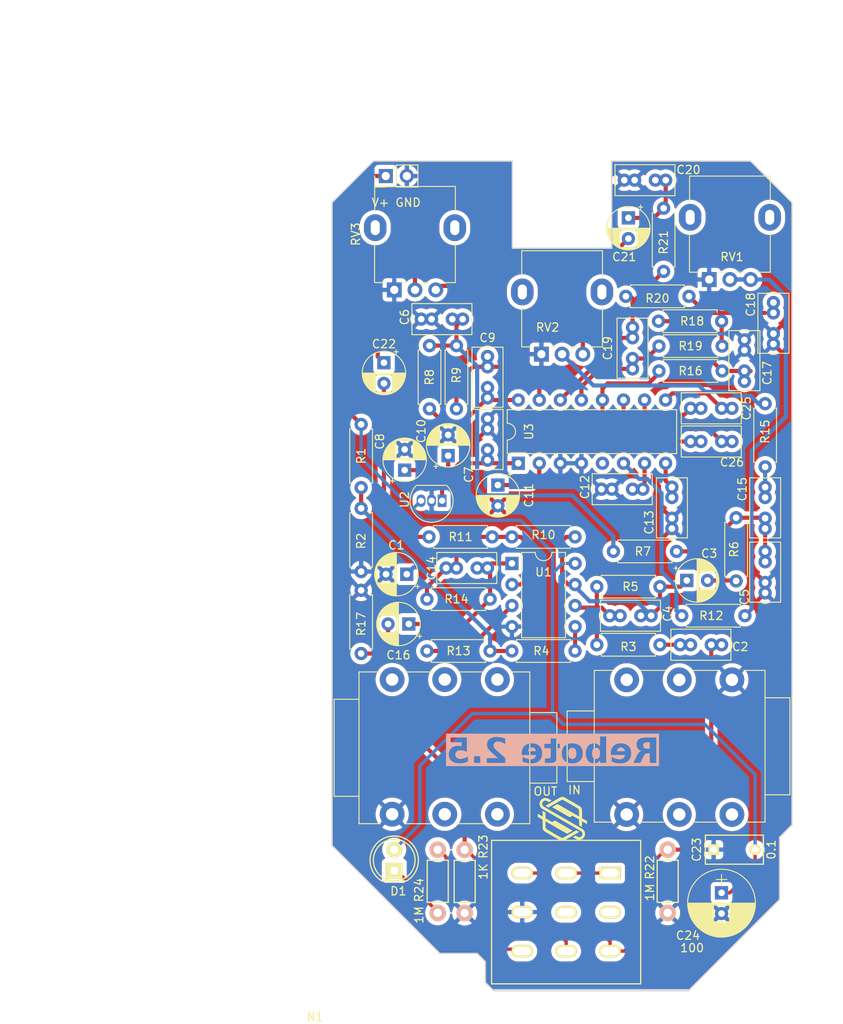
<source format=kicad_pcb>
(kicad_pcb (version 20221018) (generator pcbnew)
  (layers (0 "F.Cu" signal) (31 "B.Cu" signal) (34 "B.Paste" user) (35 "F.Paste" user) (36 "B.SilkS" user "B.Silkscreen") (37 "F.SilkS" user "F.Silkscreen") (38 "B.Mask" user) (39 "F.Mask" user) (44 "Edge.Cuts" user))
  (net 0 "")
  (net 1 "GND")
  (net 2 "+9V")
  (net 3 "Net-(D1-K)")
  (net 7 "Net-(J2-T)")
  (net 12 "Net-(J3-T)")
  (net 13 "O")
  (net 14 "I")
  (net 15 "Net-(SW1C-C)")
  (net 16 "Net-(SW1A-A)")
  (net 17 "Net-(J4-T)")
  (net 18 "Net-(J1-T)")
  (net 19 "VD")
  (net 20 "Net-(C2-Pad2)")
  (net 21 "AI")
  (net 22 "Net-(C3-Pad2)")
  (net 23 "Net-(U1B--)")
  (net 24 "Net-(C15-Pad1)")
  (net 25 "Net-(C6-Pad2)")
  (net 26 "+5V")
  (net 27 "LPF1-IN")
  (net 28 "LPF1-OUT")
  (net 29 "Net-(U3-REF)")
  (net 30 "Net-(U3-CC1)")
  (net 31 "Net-(U3-CC0)")
  (net 32 "Net-(U1A--)")
  (net 33 "Net-(C14-Pad2)")
  (net 34 "Net-(C15-Pad2)")
  (net 35 "Net-(C17-Pad2)")
  (net 36 "Net-(C18-Pad2)")
  (net 37 "LPF2-IN")
  (net 38 "LPF2-OUT")
  (net 39 "Net-(C20-Pad2)")
  (net 40 "Net-(C21-Pad2)")
  (net 41 "Net-(C22-Pad1)")
  (net 42 "Net-(C22-Pad2)")
  (net 43 "Net-(U3-OP1-OUT)")
  (net 44 "Net-(U3-OP1-IN)")
  (net 45 "Net-(U3-OP2-IN)")
  (net 46 "DELAY_OUT")
  (net 47 "Net-(U1B-+)")
  (net 48 "Net-(U3-VCO)")
  (net 49 "Net-(R12-Pad2)")
  (net 50 "Net-(U1A-+)")
  (net 51 "Net-(R15-Pad2)")
  (footprint "KiCad Lib:3PDT-Footswitch" (layer "F.Cu") (at 143.25 142.525 180)
    (fp_text reference "SW1" hide)
    (fp_text value "SW_3PDT" hide)
  )
  (footprint "Connectors:NMJ6HCD2" (layer "F.Cu") (at 122.25 130.73 90)
    (fp_text reference "J3" hide)
    (fp_text value "OUT")
  )
  (footprint "Pin_Headers:Pin_Header_Straight_1x02_Pitch2.54mm" (layer "F.Cu") (at 121.485 53.8 90)
    (fp_text reference "J1" hide)
    (fp_text value "V+ GND")
  )
  (footprint "Capacitors_THT:CP_Radial_D8.0mm_P2.50mm" (layer "F.Cu") (at 162 140.2 -90)
    (fp_text reference "C24")
    (fp_text value "100")
  )
  (footprint "LEDs:LED-5MM" (layer "F.Cu") (at 122.5 137.54 90)
    (fp_text reference "D1")
    (fp_text value "LED" hide)
  )
  (footprint "Resistors_ThroughHole:Resistor_Horizontal_RM7mm" (layer "F.Cu") (at 155.5 135 -90)
    (fp_text reference "R22")
    (fp_text value "1M")
  )
  (footprint "Resistors_ThroughHole:Resistor_Horizontal_RM7mm" (layer "F.Cu") (at 131 135.02 -90)
    (fp_text reference "R23")
    (fp_text value "1K")
  )
  (footprint "Resistors_ThroughHole:Resistor_Horizontal_RM7mm" (layer "F.Cu") (at 127.75 142.62 90)
    (fp_text reference "R24")
    (fp_text value "1M")
  )
  (footprint "Capacitors_ThroughHole:C_Rect_L7_W3.5_P5" (layer "F.Cu") (at 161.05 135)
    (fp_text reference "C23")
    (fp_text value "0.1")
  )
  (footprint "Connectors:NMJ6HCD2" (layer "F.Cu") (at 163.25 114.53 -90)
    (fp_text reference "J2" hide)
    (fp_text value "IN")
  )
  (footprint "Resistor_THT:R_Axial_DIN0207_L6.3mm_D2.5mm_P7.62mm_Horizontal" (layer "F.Cu") (at 155.01 65.3 90)
    (fp_text reference "R21")
    (fp_text value "2k7")
  )
  (footprint "Resistor_THT:R_Axial_DIN0207_L6.3mm_D2.5mm_P7.62mm_Horizontal" (layer "F.Cu") (at 154.39 71.3)
    (fp_text reference "R18")
    (fp_text value "12K")
  )
  (footprint "Resistor_THT:R_Axial_DIN0207_L6.3mm_D2.5mm_P7.62mm_Horizontal" (layer "F.Cu") (at 136.7 111.05)
    (fp_text reference "R4")
    (fp_text value "510K")
  )
  (footprint "Potentiometer_THT:Potentiometer_Alpha_RD901F-40-00D_Single_Vertical" (layer "F.Cu") (at 140.26 75.275 90)
    (fp_text reference "RV2")
    (fp_text value "25KB")
  )
  (footprint "Capacitor_THT:CP_Radial_D5.0mm_P2.50mm" (layer "F.Cu") (at 123.76 89.255113 90)
    (fp_text reference "C8")
    (fp_text value "47uF")
  )
  (footprint "Package_TO_SOT_THT:TO-92_Inline" (layer "F.Cu") (at 128.28 92.94 180)
    (fp_text reference "U2")
    (fp_text value "L78L05_TO92")
  )
  (footprint "Capacitor_THT:C_Rect_L7.0mm_W3.5mm_P2.50mm_P5.00mm" (layer "F.Cu") (at 168.26 74.05 90)
    (fp_text reference "C18")
    (fp_text value "10nF")
  )
  (footprint "Pedal-Components:tkw" (layer "F.Cu") (at 142.76 131.3)
    (fp_text reference "G***" hide)
    (fp_text value "LOGO" hide)
  )
  (footprint "Capacitor_THT:C_Rect_L7.0mm_W3.5mm_P2.50mm_P5.00mm" (layer "F.Cu") (at 147.51 91.55)
    (fp_text reference "C12")
    (fp_text value "100nF")
  )
  (footprint "Potentiometer_THT:Potentiometer_Alpha_RD901F-40-00D_Single_Vertical" (layer "F.Cu") (at 160.51 66.275 90)
    (fp_text reference "RV1")
    (fp_text value "50KB")
  )
  (footprint "Resistor_THT:R_Axial_DIN0207_L6.3mm_D2.5mm_P7.62mm_Horizontal" (layer "F.Cu") (at 158.07 68.3 180)
    (fp_text reference "R20")
    (fp_text value "24K")
  )
  (footprint "Resistor_THT:R_Axial_DIN0207_L6.3mm_D2.5mm_P7.62mm_Horizontal" (layer "F.Cu") (at 154.57 110.3 180)
    (fp_text reference "R3")
    (fp_text value "510K")
  )
  (footprint "Capacitor_THT:CP_Radial_D5.0mm_P2.50mm" (layer "F.Cu") (at 124.26 107.8 180)
    (fp_text reference "C16")
    (fp_text value "1uF")
  )
  (footprint "Capacitor_THT:C_Rect_L7.0mm_W3.5mm_P2.50mm_P5.00mm" (layer "F.Cu") (at 167.26 104.05 90)
    (fp_text reference "C5")
    (fp_text value "27nF")
  )
  (footprint "Resistor_THT:R_Axial_DIN0207_L6.3mm_D2.5mm_P7.62mm_Horizontal" (layer "F.Cu") (at 126.45 104.8)
    (fp_text reference "R14")
    (fp_text value "24K")
  )
  (footprint "Capacitor_THT:C_Rect_L7.0mm_W3.5mm_P2.50mm_P5.00mm" (layer "F.Cu") (at 164.76 73.55 -90)
    (fp_text reference "C17")
    (fp_text value "10nF")
  )
  (footprint "Capacitor_THT:CP_Radial_D5.0mm_P2.50mm" (layer "F.Cu") (at 157.804888 102.55)
    (fp_text reference "C3")
    (fp_text value "1uF")
  )
  (footprint "Capacitor_THT:C_Rect_L7.0mm_W3.5mm_P2.50mm_P5.00mm" (layer "F.Cu") (at 128.76 101.05)
    (fp_text reference "C14")
    (fp_text value "51pF")
  )
  (footprint "Capacitor_THT:CP_Radial_D5.0mm_P2.50mm" (layer "F.Cu") (at 150.76 58.844887 -90)
    (fp_text reference "C21")
    (fp_text value "1uF")
  )
  (footprint "Resistor_THT:R_Axial_DIN0207_L6.3mm_D2.5mm_P7.62mm_Horizontal" (layer "F.Cu") (at 118.51 83.74 -90)
    (fp_text reference "R1")
    (fp_text value "12K")
  )
  (footprint "Resistor_THT:R_Axial_DIN0207_L6.3mm_D2.5mm_P7.62mm_Horizontal" (layer "F.Cu") (at 163.76 102.61 90)
    (fp_text reference "R6")
    (fp_text value "12K")
  )
  (footprint "Capacitor_THT:CP_Radial_D5.0mm_P2.50mm" (layer "F.Cu") (at 124.01 101.8 180)
    (fp_text reference "C1")
    (fp_text value "47uF")
  )
  (footprint "Capacitor_THT:C_Rect_L7.0mm_W3.5mm_P2.50mm_P5.00mm" (layer "F.Cu") (at 133.76 80.55 90)
    (fp_text reference "C9")
    (fp_text value "560pF")
  )
  (footprint "Capacitor_THT:C_Rect_L7.0mm_W3.5mm_P2.50mm_P5.00mm" (layer "F.Cu") (at 133.76 83.05 -90)
    (fp_text reference "C7")
    (fp_text value "100nF")
  )
  (footprint "Resistor_THT:R_Axial_DIN0207_L6.3mm_D2.5mm_P7.62mm_Horizontal" (layer "F.Cu") (at 144.32 97.3 180)
    (fp_text reference "R10")
    (fp_text value "24K")
  )
  (footprint "Capacitor_THT:C_Rect_L7.0mm_W3.5mm_P2.50mm_P5.00mm" (layer "F.Cu") (at 148.51 106.8)
    (fp_text reference "C4")
    (fp_text value "5pF")
  )
  (footprint "Capacitor_THT:C_Rect_L7.0mm_W3.5mm_P2.50mm_P5.00mm" (layer "F.Cu") (at 163.26 85.8 180)
    (fp_text reference "C26")
    (fp_text value "82nF")
  )
  (footprint "Resistor_THT:R_Axial_DIN0207_L6.3mm_D2.5mm_P7.62mm_Horizontal" (layer "F.Cu") (at 157.2 106.8)
    (fp_text reference "R12")
    (fp_text value "1k")
  )
  (footprint "Resistor_THT:R_Axial_DIN0207_L6.3mm_D2.5mm_P7.62mm_Horizontal" (layer "F.Cu") (at 118.51 93.86 -90)
    (fp_text reference "R2")
    (fp_text value "12K")
  )
  (footprint "Resistor_THT:R_Axial_DIN0207_L6.3mm_D2.5mm_P7.62mm_Horizontal" (layer "F.Cu") (at 130.01 74.24 -90)
    (fp_text reference "R9")
    (fp_text value "47K")
  )
  (footprint "Package_DIP:DIP-16_W7.62mm" (layer "F.Cu") (at 137.47 88.42 90)
    (fp_text reference "U3")
    (fp_text value "PT2399")
  )
  (footprint "Resistor_THT:R_Axial_DIN0207_L6.3mm_D2.5mm_P7.62mm_Horizontal" (layer "F.Cu") (at 118.51 103.74 -90)
    (fp_text reference "R17")
    (fp_text value "100K")
  )
  (footprint "Capacitor_THT:CP_Radial_D5.0mm_P2.50mm" (layer "F.Cu") (at 135.01 91.05 -90)
    (fp_text reference "C11")
    (fp_text value "47uF")
  )
  (footprint "Resistor_THT:R_Axial_DIN0207_L6.3mm_D2.5mm_P7.62mm_Horizontal" (layer "F.Cu") (at 162.07 74.3 180)
    (fp_text reference "R19")
    (fp_text value "12K")
  )
  (footprint "Resistor_THT:R_Axial_DIN0207_L6.3mm_D2.5mm_P7.62mm_Horizontal" (layer "F.Cu") (at 156.57 99.05 180)
    (fp_text reference "R7")
    (fp_text value "12K")
  )
  (footprint "Pedal-Components:1590B" (layer "F.Cu") (at 112.94 154.659085)
    (fp_text reference "N1")
    (fp_text value "Housing")
  )
  (footprint "Capacitor_THT:C_Rect_L7.0mm_W3.5mm_P2.50mm_P5.00mm" (layer "F.Cu") (at 167.26 96.3 90)
    (fp_text reference "C15")
    (fp_text value "100nF")
  )
  (footprint "Package_DIP:DIP-8_W7.62mm" (layer "F.Cu") (at 136.71 100.5)
    (fp_text reference "U1")
    (fp_text value "TL072")
  )
  (footprint "Resistor_THT:R_Axial_DIN0207_L6.3mm_D2.5mm_P7.62mm_Horizontal" (layer "F.Cu") (at 146.95 103.3)
    (fp_text reference "R5")
    (fp_text value "510K")
  )
  (footprint "Capacitor_THT:CP_Radial_D5.0mm_P2.50mm" (layer "F.Cu") (at 121.26 76.3 -90)
    (fp_text reference "C22")
    (fp_text value "1uF")
  )
  (footprint "Resistor_THT:R_Axial_DIN0207_L6.3mm_D2.5mm_P7.62mm_Horizontal" (layer "F.Cu") (at 134.07 111.05 180)
    (fp_text reference "R13")
    (fp_text value "1k")
  )
  (footprint "Potentiometer_THT:Potentiometer_Alpha_RD901F-40-00D_Single_Vertical" (layer "F.Cu") (at 122.51 67.525 90)
    (fp_text reference "RV3")
    (fp_text value "100KB")
  )
  (footprint "Capacitor_THT:C_Rect_L7.0mm_W3.5mm_P2.50mm_P5.00mm" (layer "F.Cu") (at 162.01 110.3 180)
    (fp_text reference "C2")
    (fp_text value "8n2")
  )
  (footprint "Capacitor_THT:C_Rect_L7.0mm_W3.5mm_P2.50mm_P5.00mm" (layer "F.Cu") (at 163.26 81.8 180)
    (fp_text reference "C25")
    (fp_text value "82nF")
  )
  (footprint "Resistor_THT:R_Axial_DIN0207_L6.3mm_D2.5mm_P7.62mm_Horizontal" (layer "F.Cu") (at 126.7 97.3)
    (fp_text reference "R11")
    (fp_text value "33K")
  )
  (footprint "Capacitor_THT:C_Rect_L7.0mm_W3.5mm_P2.50mm_P5.00mm" (layer "F.Cu") (at 125.76 71.05)
    (fp_text reference "C6")
    (fp_text value "10nF")
  )
  (footprint "Capacitor_THT:C_Rect_L7.0mm_W3.5mm_P2.50mm_P5.00mm" (layer "F.Cu") (at 156.01 96.3 90)
    (fp_text reference "C13")
    (fp_text value "100nF")
  )
  (footprint "Capacitor_THT:C_Rect_L7.0mm_W3.5mm_P2.50mm_P5.00mm" (layer "F.Cu") (at 151.26 77.05 90)
    (fp_text reference "C19")
    (fp_text value "1nF")
  )
  (footprint "Resistor_THT:R_Axial_DIN0207_L6.3mm_D2.5mm_P7.62mm_Horizontal" (layer "F.Cu") (at 167.26 88.86 90)
    (fp_text reference "R15")
    (fp_text value "15K")
  )
  (footprint "Capacitor_THT:C_Rect_L7.0mm_W3.5mm_P2.50mm_P5.00mm" (layer "F.Cu") (at 150.26 54.3)
    (fp_text reference "C20")
    (fp_text value "100nF")
  )
  (footprint "Resistor_THT:R_Axial_DIN0207_L6.3mm_D2.5mm_P7.62mm_Horizontal" (layer "F.Cu") (at 154.45 77.3)
    (fp_text reference "R16")
    (fp_text value "12K")
  )
  (footprint "Resistor_THT:R_Axial_DIN0207_L6.3mm_D2.5mm_P7.62mm_Horizontal" (layer "F.Cu") (at 126.76 74.24 -90)
    (fp_text reference "R8")
    (fp_text value "12K")
  )
  (footprint "Capacitor_THT:CP_Radial_D5.0mm_P2.50mm" (layer "F.Cu") (at 129.01 87.505113 90)
    (fp_text reference "C10")
    (fp_text value "47uF")
  )
  (gr_line (start 128 147.5) (end 127 146.5) (stroke (width 0.15)) (layer "Edge.Cuts"))
  (gr_line (start 115 134.5) (end 115 121) (stroke (width 0.15)) (layer "Edge.Cuts"))
  (gr_line (start 148.75 62.5) (end 148.75 52) (stroke (width 0.15)) (layer "Edge.Cuts"))
  (gr_line (start 127 146.5) (end 115 134.5) (stroke (width 0.15)) (layer "Edge.Cuts"))
  (gr_line (start 115 57) (end 115 108.25) (stroke (width 0.15)) (layer "Edge.Cuts"))
  (gr_line (start 169 141) (end 158 152) (stroke (width 0.15)) (layer "Edge.Cuts"))
  (gr_line (start 133.5 151) (end 133.5 148.5) (stroke (width 0.15)) (layer "Edge.Cuts"))
  (gr_line (start 165.5 52) (end 170.5 57) (stroke (width 0.15)) (layer "Edge.Cuts"))
  (gr_line (start 169 133.5) (end 170.5 132) (stroke (width 0.15)) (layer "Edge.Cuts"))
  (gr_line (start 115 57) (end 120 52) (stroke (width 0.15)) (layer "Edge.Cuts"))
  (gr_line (start 170.5 85) (end 170.5 57) (stroke (width 0.15)) (layer "Edge.Cuts"))
  (gr_line (start 136.75 62.5) (end 148.75 62.5) (stroke (width 0.15)) (layer "Edge.Cuts"))
  (gr_line (start 136.75 52) (end 120 52) (stroke (width 0.15)) (layer "Edge.Cuts"))
  (gr_line (start 134.5 152) (end 158 152) (stroke (width 0.15)) (layer "Edge.Cuts"))
  (gr_line (start 169 133.5) (end 169 141) (stroke (width 0.15)) (layer "Edge.Cuts"))
  (gr_line (start 170.5 108.25) (end 170.5 85) (stroke (width 0.15)) (layer "Edge.Cuts"))
  (gr_line (start 136.75 52) (end 136.75 62.5) (stroke (width 0.15)) (layer "Edge.Cuts"))
  (gr_line (start 134.5 152) (end 133.5 151) (stroke (width 0.15)) (layer "Edge.Cuts"))
  (gr_line (start 133.5 148.5) (end 132.5 147.5) (stroke (width 0.15)) (layer "Edge.Cuts"))
  (gr_line (start 115 112.75) (end 115 121) (stroke (width 0.15)) (layer "Edge.Cuts"))
  (gr_line (start 148.75 52) (end 165.5 52) (stroke (width 0.15)) (layer "Edge.Cuts"))
  (gr_line (start 132.5 147.5) (end 128.5 147.5) (stroke (width 0.15)) (layer "Edge.Cuts"))
  (gr_line (start 170.5 108.25) (end 170.5 112.75) (stroke (width 0.15)) (layer "Edge.Cuts"))
  (gr_line (start 115 108.25) (end 115 112.75) (stroke (width 0.15)) (layer "Edge.Cuts"))
  (gr_line (start 170.5 132) (end 170.5 112.75) (stroke (width 0.15)) (layer "Edge.Cuts"))
  (gr_line (start 128.5 147.5) (end 128 147.5) (stroke (width 0.15)) (layer "Edge.Cuts"))
  (gr_text "Rebote 2.5" (at 154.51 125.05) (layer "B.SilkS" knockout) (effects (font (size 3 3) (thickness 0.3) bold italic) (justify left bottom mirror)))
  (segment (start 162 140.2) (end 163 140.2) (width 0.4) (layer "F.Cu") (net 2))
  (segment (start 119.76 53.8) (end 116.76 56.8) (width 0.5) (layer "F.Cu") (net 2))
  (segment (start 163 140.2) (end 166.05 137.15) (width 0.4) (layer "F.Cu") (net 2))
  (segment (start 166.05 137.15) (end 166.05 135) (width 0.4) (layer "F.Cu") (net 2))
  (segment (start 116.76 56.8) (end 116.76 81.99) (width 0.5) (layer "F.Cu") (net 2))
  (segment (start 121.485 53.8) (end 119.76 53.8) (width 0.5) (layer "F.Cu") (net 2))
  (segment (start 116.76 81.99) (end 118.51 83.74) (width 0.5) (layer "F.Cu") (net 2))
  (segment (start 124.51 93.8) (end 124.88 93.8) (width 0.4) (layer "B.Cu") (net 2))
  (segment (start 125.6 131.9) (end 122.5 135) (width 0.4) (layer "B.Cu") (net 2))
  (segment (start 124.88 93.8) (end 125.74 92.94) (width 0.4) (layer "B.Cu") (net 2))
  (segment (start 141.6 118.6) (end 142.9 119.9) (width 0.4) (layer "B.Cu") (net 2))
  (segment (start 131.9 118.6) (end 125.6 124.9) (width 0.4) (layer "B.Cu") (net 2))
  (segment (start 160 119.9) (end 166.05 125.95) (width 0.4) (layer "B.Cu") (net 2))
  (segment (start 137.76 95.3) (end 126.01 95.3) (width 0.4) (layer "B.Cu") (net 2))
  (segment (start 125.6 124.9) (end 125.6 131.9) (width 0.4) (layer "B.Cu") (net 2))
  (segment (start 118.51 87.8) (end 118.51 83.74) (width 0.4) (layer "B.Cu") (net 2))
  (segment (start 142.9 119.9) (end 160 119.9) (width 0.4) (layer "B.Cu") (net 2))
  (segment (start 141.6 99.14) (end 137.76 95.3) (width 0.4) (layer "B.Cu") (net 2))
  (segment (start 142.81 100.5) (end 144.33 100.5) (width 0.4) (layer "B.Cu") (net 2))
  (segment (start 166.05 125.95) (end 166.05 135) (width 0.4) (layer "B.Cu") (net 2))
  (segment (start 124.51 93.8) (end 118.51 87.8) (width 0.4) (layer "B.Cu") (net 2))
  (segment (start 141.6 101.71) (end 141.6 99.14) (width 0.4) (layer "B.Cu") (net 2))
  (segment (start 141.6 118.6) (end 131.9 118.6) (width 0.4) (layer "B.Cu") (net 2))
  (segment (start 141.6 118.6) (end 141.6 101.71) (width 0.4) (layer "B.Cu") (net 2))
  (segment (start 126.01 95.3) (end 124.51 93.8) (width 0.4) (layer "B.Cu") (net 2))
  (segment (start 141.6 101.71) (end 142.81 100.5) (width 0.4) (layer "B.Cu") (net 2))
  (segment (start 122.75 137.5) (end 127.75 142.5) (width 0.4) (layer "F.Cu") (net 3))
  (segment (start 118.51 111.36) (end 119.95 111.36) (width 0.5) (layer "F.Cu") (net 13))
  (segment (start 119.95 111.36) (end 121.76 109.55) (width 0.5) (layer "F.Cu") (net 13))
  (segment (start 125.26 121.55) (end 131 127.29) (width 0.5) (layer "F.Cu") (net 13))
  (segment (start 140.6 143.425) (end 143.25 146.075) (width 0.4) (layer "F.Cu") (net 13))
  (segment (start 121.76 107.8) (end 121.76 109.55) (width 0.5) (layer "F.Cu") (net 13))
  (segment (start 125.26 113.05) (end 125.26 121.55) (width 0.5) (layer "F.Cu") (net 13))
  (segment (start 121.76 109.55) (end 125.26 113.05) (width 0.5) (layer "F.Cu") (net 13))
  (segment (start 131 127.29) (end 131 135.02) (width 0.5) (layer "F.Cu") (net 13))
  (segment (start 131.22 135.02) (end 136.4 140.2) (width 0.4) (layer "F.Cu") (net 13))
  (segment (start 143.25 146.075) (end 143.25 147.225) (width 0.4) (layer "F.Cu") (net 13))
  (segment (start 140.6 141.6) (end 140.6 143.425) (width 0.4) (layer "F.Cu") (net 13))
  (segment (start 139.2 140.2) (end 140.6 141.6) (width 0.4) (layer "F.Cu") (net 13))
  (segment (start 136.4 140.2) (end 139.2 140.2) (width 0.4) (layer "F.Cu") (net 13))
  (segment (start 148.55 146.075) (end 145.9 143.425) (width 0.4) (layer "F.Cu") (net 14))
  (segment (start 151.925 145.575) (end 152.5 145) (width 0.4) (layer "F.Cu") (net 14))
  (segment (start 148.55 147.225) (end 148.55 146.075) (width 0.4) (layer "F.Cu") (net 14))
  (segment (start 152.5 145) (end 152.5 141.5) (width 0.4) (layer "F.Cu") (net 14))
  (segment (start 141.6 140.1) (end 140.5 139) (width 0.4) (layer "F.Cu") (net 14))
  (segment (start 151.9 145.575) (end 151.925 145.575) (width 0.4) (layer "F.Cu") (net 14))
  (segment (start 154 140) (end 154 136.25) (width 0.4) (layer "F.Cu") (net 14))
  (segment (start 137.95 137.825) (end 139.825 137.825) (width 0.4) (layer "F.Cu") (net 14))
  (segment (start 140.5 138.5) (end 139.825 137.825) (width 0.4) (layer "F.Cu") (net 14))
  (segment (start 160.76 110.3) (end 160.76 131.3) (width 0.5) (layer "F.Cu") (net 14))
  (segment (start 154 136.25) (end 155.5 134.75) (width 0.4) (layer "F.Cu") (net 14))
  (segment (start 157.06 135) (end 155.5 135) (width 0.5) (layer "F.Cu") (net 14))
  (segment (start 140.5 139) (end 140.5 138.5) (width 0.4) (layer "F.Cu") (net 14))
  (segment (start 145.9 141.6) (end 144.4 140.1) (width 0.4) (layer "F.Cu") (net 14))
  (segment (start 150.25 147.225) (end 151.9 145.575) (width 0.4) (layer "F.Cu") (net 14))
  (segment (start 160.76 131.3) (end 157.06 135) (width 0.5) (layer "F.Cu") (net 14))
  (segment (start 148.55 147.225) (end 150.25 147.225) (width 0.4) (layer "F.Cu") (net 14))
  (segment (start 144.4 140.1) (end 141.6 140.1) (width 0.4) (layer "F.Cu") (net 14))
  (segment (start 145.9 143.425) (end 145.9 141.6) (width 0.4) (layer "F.Cu") (net 14))
  (segment (start 152.5 141.5) (end 154 140) (width 0.4) (layer "F.Cu") (net 14))
  (segment (start 133.2 139.9) (end 134.2 140.9) (width 0.4) (layer "F.Cu") (net 15))
  (segment (start 130.9 139.9) (end 133.2 139.9) (width 0.4) (layer "F.Cu") (net 15))
  (segment (start 128.749489 137.749489) (end 130.9 139.9) (width 0.4) (layer "F.Cu") (net 15))
  (segment (start 128.749489 135.879489) (end 128.749489 137.749489) (width 0.4) (layer "F.Cu") (net 15))
  (segment (start 134.2 140.9) (end 134.2 145.1) (width 0.4) (layer "F.Cu") (net 15))
  (segment (start 127.87 135) (end 128.749489 135.879489) (width 0.4) (layer "F.Cu") (net 15))
  (segment (start 134.2 145.1) (end 136.1 147) (width 0.4) (layer "F.Cu") (net 15))
  (segment (start 136.1 147) (end 137.725 147) (width 0.4) (layer "F.Cu") (net 15))
  (segment (start 143.25 137.825) (end 148.55 137.825) (width 0.4) (layer "F.Cu") (net 16))
  (segment (start 134.07 111.05) (end 136.7 111.05) (width 0.5) (layer "F.Cu") (net 19))
  (segment (start 118.51 91.36) (end 118.51 93.86) (width 0.5) (layer "F.Cu") (net 19))
  (segment (start 134.07 111.05) (end 134.07 109.11) (width 0.5) (layer "B.Cu") (net 19))
  (segment (start 134.07 109.11) (end 127.26 102.3) (width 0.5) (layer "B.Cu") (net 19))
  (segment (start 124.855 100.955) (end 124.01 101.8) (width 0.5) (layer "B.Cu") (net 19))
  (segment (start 127.26 102.3) (end 126.95 102.3) (width 0.5) (layer "B.Cu") (net 19))
  (segment (start 126.95 102.3) (end 125.605 100.955) (width 0.5) (layer "B.Cu") (net 19))
  (segment (start 125.605 100.955) (end 124.855 100.955) (width 0.5) (layer "B.Cu") (net 19))
  (segment (start 125.605 100.955) (end 118.51 93.86) (width 0.5) (layer "B.Cu") (net 19))
  (segment (start 154.57 110.3) (end 158.26 110.3) (width 0.5) (layer "F.Cu") (net 20))
  (segment (start 142.76 102.3) (end 142.76 97.8) (width 0.5) (layer "F.Cu") (net 21))
  (segment (start 157.054888 103.3) (end 157.804888 102.55) (width 0.5) (layer "F.Cu") (net 21))
  (segment (start 154.57 105.74) (end 153.51 106.8) (width 0.5) (layer "F.Cu") (net 21))
  (segment (start 144.33 103.04) (end 143.5 103.04) (width 0.5) (layer "F.Cu") (net 21))
  (segment (start 143.26 97.3) (end 144.32 97.3) (width 0.5) (layer "F.Cu") (net 21))
  (segment (start 154.57 103.3) (end 157.054888 103.3) (width 0.5) (layer "F.Cu") (net 21))
  (segment (start 154.57 103.3) (end 154.57 105.74) (width 0.5) (layer "F.Cu") (net 21))
  (segment (start 143.5 103.04) (end 142.76 102.3) (width 0.5) (layer "F.Cu") (net 21))
  (segment (start 142.76 97.8) (end 143.26 97.3) (width 0.5) (layer "F.Cu") (net 21))
  (segment (start 146.09 105.05) (end 151.76 105.05) (width 0.5) (layer "B.Cu") (net 21))
  (segment (start 151.76 105.05) (end 153.51 106.8) (width 0.5) (layer "B.Cu") (net 21))
  (segment (start 144.33 103.29) (end 146.09 105.05) (width 0.5) (layer "B.Cu") (net 21))
  (segment (start 160.304888 102.55) (end 163.7 102.55) (width 0.5) (layer "F.Cu") (net 22))
  (segment (start 144.33 105.83) (end 147.01 105.83) (width 0.5) (layer "F.Cu") (net 23))
  (segment (start 146.95 105.89) (end 147.01 105.83) (width 0.5) (layer "F.Cu") (net 23))
  (segment (start 146.95 110.3) (end 146.95 105.89) (width 0.5) (layer "F.Cu") (net 23))
  (segment (start 147.54 105.83) (end 148.51 106.8) (width 0.5) (layer "F.Cu") (net 23))
  (segment (start 146.95 103.3) (end 146.95 105.77) (width 0.5) (layer "F.Cu") (net 23))
  (segment (start 146.95 105.77) (end 147.01 105.83) (width 0.5) (layer "F.Cu") (net 23))
  (segment (start 147.01 105.83) (end 147.54 105.83) (width 0.5) (layer "F.Cu") (net 23))
  (segment (start 163.76 94.99) (end 167.2 94.99) (width 0.5) (layer "F.Cu") (net 24))
  (segment (start 167.26 95.05) (end 167.26 100.3) (width 0.5) (layer "F.Cu") (net 24))
  (segment (start 156.57 99.05) (end 159.7 99.05) (width 0.5) (layer "F.Cu") (net 24))
  (segment (start 159.7 99.05) (end 163.76 94.99) (width 0.5) (layer "F.Cu") (net 24))
  (segment (start 130.01 74.24) (end 130.01 71.8) (width 0.5) (layer "F.Cu") (net 25))
  (segment (start 126.76 74.24) (end 130.01 74.24) (width 0.5) (layer "F.Cu") (net 25))
  (segment (start 130.01 71.8) (end 130.76 71.05) (width 0.5) (layer "F.Cu") (net 25))
  (segment (start 133.26 92.3) (end 144.01 92.3) (width 0.5) (layer "B.Cu") (net 25))
  (segment (start 148.95 97.24) (end 148.95 99.05) (width 0.5) (layer "B.Cu") (net 25))
  (segment (start 132.51 91.55) (end 133.26 92.3) (width 0.5) (layer "B.Cu") (net 25))
  (segment (start 144.01 92.3) (end 148.95 97.24) (width 0.5) (layer "B.Cu") (net 25))
  (segment (start 130.01 74.24) (end 132.51 76.74) (width 0.5) (layer "B.Cu") (net 25))
  (segment (start 132.51 76.74) (end 132.51 91.55) (width 0.5) (layer "B.Cu") (net 25))
  (segment (start 128.28 90.53) (end 129.635 89.175) (width 0.5) (layer "F.Cu") (net 26))
  (segment (start 129.01 89.005113) (end 129.26 89.255113) (width 0.5) (layer "F.Cu") (net 26))
  (segment (start 129.26 89.255113) (end 129.554887 89.255113) (width 0.5) (layer "F.Cu") (net 26))
  (segment (start 129.554887 89.255113) (end 129.635 89.175) (width 0.5) (layer "F.Cu") (net 26))
  (segment (start 129.01 87.505113) (end 129.01 89.005113) (width 0.5) (layer "F.Cu") (net 26))
  (segment (start 129.635 89.175) (end 130.39 88.42) (width 0.5) (layer "F.Cu") (net 26))
  (segment (start 128.28 92.94) (end 128.28 90.53) (width 0.5) (layer "F.Cu") (net 26))
  (segment (start 130.39 88.42) (end 137.47 88.42) (width 0.5) (layer "F.Cu") (net 26))
  (segment (start 123.76 89.255113) (end 129.26 89.255113) (width 0.5) (layer "F.Cu") (net 26))
  (segment (start 133.76 80.55) (end 130.76 83.55) (width 0.5) (layer "F.Cu") (net 27))
  (segment (start 137.47 80.8) (end 134.01 80.8) (width 0.5) (layer "F.Cu") (net 27))
  (segment (start 128.45 83.55) (end 126.76 81.86) (width 0.5) (layer "F.Cu") (net 27))
  (segment (start 130.76 83.55) (end 128.45 83.55) (width 0.5) (layer "F.Cu") (net 27))
  (segment (start 130.01 78.8) (end 132.01 76.8) (width 0.5) (layer "F.Cu") (net 28))
  (segment (start 130.01 81.86) (end 130.01 78.8) (width 0.5) (layer "F.Cu") (net 28))
  (segment (start 133.76 76.8) (end 138.01 76.8) (width 0.5) (layer "F.Cu") (net 28))
  (segment (start 138.01 76.8) (end 140.01 78.8) (width 0.5) (layer "F.Cu") (net 28))
  (segment (start 140.01 78.8) (end 140.01 80.8) (width 0.5) (layer "F.Cu") (net 28))
  (segment (start 132.01 76.8) (end 133.76 76.8) (width 0.5) (layer "F.Cu") (net 28))
  (segment (start 140.01 90.05) (end 140.01 88.42) (width 0.5) (layer "F.Cu") (net 29))
  (segment (start 139.01 91.05) (end 140.01 90.05) (width 0.5) (layer "F.Cu") (net 29))
  (segment (start 135.01 91.05) (end 139.01 91.05) (width 0.5) (layer "F.Cu") (net 29))
  (segment (start 152.71 88.42) (end 152.71 91.35) (width 0.5) (layer "F.Cu") (net 30))
  (segment (start 155.25 90.54) (end 156.01 91.3) (width 0.5) (layer "F.Cu") (net 31))
  (segment (start 155.25 88.42) (end 155.25 90.54) (width 0.5) (layer "F.Cu") (net 31))
  (segment (start 138.51 102.3) (end 138.51 98.05) (width 0.5) (layer "F.Cu") (net 32))
  (segment (start 137.76 97.3) (end 136.7 97.3) (width 0.5) (layer "F.Cu") (net 32))
  (segment (start 136.7 97.3) (end 131.51 97.3) (width 0.5) (layer "F.Cu") (net 32))
  (segment (start 126.45 103.36) (end 128.76 101.05) (width 0.5) (layer "F.Cu") (net 32))
  (segment (start 138.51 98.05) (end 137.76 97.3) (width 0.5) (layer "F.Cu") (net 32))
  (segment (start 137.77 103.04) (end 138.51 102.3) (width 0.5) (layer "F.Cu") (net 32))
  (segment (start 126.45 104.8) (end 126.45 103.36) (width 0.5) (layer "F.Cu") (net 32))
  (segment (start 131.51 97.3) (end 130.01 98.8) (width 0.5) (layer "F.Cu") (net 32))
  (segment (start 136.71 103.04) (end 137.77 103.04) (width 0.5) (layer "F.Cu") (net 32))
  (segment (start 130.01 98.8) (end 130.01 101.05) (width 0.5) (layer "F.Cu") (net 32))
  (segment (start 131.07 107.8) (end 134.07 104.8) (width 0.5) (layer "F.Cu") (net 33))
  (segment (start 134.31 100.5) (end 133.76 101.05) (width 0.5) (layer "F.Cu") (net 33))
  (segment (start 124.26 107.8) (end 131.07 107.8) (width 0.5) (layer "F.Cu") (net 33))
  (segment (start 134.07 104.8) (end 134.07 101.36) (width 0.5) (layer "F.Cu") (net 33))
  (segment (start 136.71 100.5) (end 134.31 100.5) (width 0.5) (layer "F.Cu") (net 33))
  (segment (start 167.26 88.86) (end 167.26 92.55) (width 0.5) (layer "B.Cu") (net 34))
  (segment (start 162.07 77.3) (end 165.51 77.3) (width 0.5) (layer "F.Cu") (net 35))
  (segment (start 154.39 71.3) (end 156.07 71.3) (width 0.5) (layer "F.Cu") (net 35))
  (segment (start 156.07 71.3) (end 162.07 77.3) (width 0.5) (layer "F.Cu") (net 35))
  (segment (start 162.01 71.3) (end 162.01 74.24) (width 0.5) (layer "F.Cu") (net 36))
  (segment (start 162.01 70.55) (end 161.76 70.3) (width 0.5) (layer "F.Cu") (net 36))
  (segment (start 161.76 70.3) (end 160.07 70.3) (width 0.5) (layer "F.Cu") (net 36))
  (segment (start 162.01 71.3) (end 162.01 70.55) (width 0.5) (layer "F.Cu") (net 36))
  (segment (start 160.07 70.3) (end 158.07 68.3) (width 0.5) (layer "F.Cu") (net 36))
  (segment (start 167.26 70.3) (end 161.76 70.3) (width 0.5) (layer "F.Cu") (net 36))
  (segment (start 145.09 80.8) (end 145.09 79.22) (width 0.5) (layer "F.Cu") (net 37))
  (segment (start 152.95 75.8) (end 154.45 74.3) (width 0.5) (layer "F.Cu") (net 37))
  (segment (start 147.26 77.05) (end 151.26 77.05) (width 0.5) (layer "F.Cu") (net 37))
  (segment (start 145.09 79.22) (end 147.26 77.05) (width 0.5) (layer "F.Cu") (net 37))
  (segment (start 151.26 75.8) (end 152.95 75.8) (width 0.5) (layer "F.Cu") (net 37))
  (segment (start 151.26 69.05) (end 151.51 68.8) (width 0.5) (layer "F.Cu") (net 38))
  (segment (start 151.26 73.3) (end 150.02005 73.3) (width 0.5) (layer "F.Cu") (net 38))
  (segment (start 150.02005 73.3) (end 142.55 80.77005) (width 0.5) (layer "F.Cu") (net 38))
  (segment (start 150.45 68.3) (end 151.01 68.3) (width 0.5) (layer "F.Cu") (net 38))
  (segment (start 151.26 72.05) (end 151.26 69.05) (width 0.5) (layer "F.Cu") (net 38))
  (segment (start 151.51 68.8) (end 155.01 65.3) (width 0.5) (layer "F.Cu") (net 38))
  (segment (start 151.01 68.3) (end 151.51 68.8) (width 0.5) (layer "F.Cu") (net 38))
  (segment (start 150.76 58.844887) (end 153.845113 58.844887) (width 0.5) (layer "F.Cu") (net 39))
  (segment (start 155.26 54.3) (end 155.26 57.43) (width 0.5) (layer "F.Cu") (net 39))
  (segment (start 153.845113 58.844887) (end 155.01 57.68) (width 0.5) (layer "F.Cu") (net 39))
  (segment (start 145.26 66.55) (end 145.26 75.275) (width 0.5) (layer "F.Cu") (net 40))
  (segment (start 127.51 67.525) (end 127.985 67.05) (width 0.5) (layer "F.Cu") (net 40))
  (segment (start 144.415 65.705) (end 145.26 66.55) (width 0.5) (layer "F.Cu") (net 40))
  (segment (start 144.01 65.3) (end 144.415 65.705) (width 0.5) (layer "F.Cu") (net 40))
  (segment (start 146.399887 65.705) (end 144.415 65.705) (width 0.5) (layer "F.Cu") (net 40))
  (segment (start 150.76 61.344887) (end 146.399887 65.705) (width 0.5) (layer "F.Cu") (net 40))
  (segment (start 136.51 65.3) (end 144.01 65.3) (width 0.5) (layer "F.Cu") (net 40))
  (segment (start 127.985 67.05) (end 134.76 67.05) (width 0.5) (layer "F.Cu") (net 40))
  (segment (start 134.76 67.05) (end 136.51 65.3) (width 0.5) (layer "F.Cu") (net 40))
  (segment (start 125.01 66.05) (end 124.01 65.05) (width 0.5) (layer "F.Cu") (net 41))
  (segment (start 121.51 65.05) (end 120.51 66.05) (width 0.5) (layer "F.Cu") (net 41))
  (segment (start 120.51 66.05) (end 120.51 75.55) (width 0.5) (layer "F.Cu") (net 41))
  (segment (start 120.51 75.55) (end 121.26 76.3) (width 0.5) (layer "F.Cu") (net 41))
  (segment (start 125.01 67.525) (end 125.01 66.05) (width 0.5) (layer "F.Cu") (net 41))
  (segment (start 124.01 65.05) (end 121.51 65.05) (width 0.5) (layer "F.Cu") (net 41))
  (segment (start 124.76 97.3) (end 126.7 97.3) (width 0.5) (layer "F.Cu") (net 42))
  (segment (start 121.26 78.8) (end 121.26 93.8) (width 0.5) (layer "F.Cu") (net 42))
  (segment (start 121.26 93.8) (end 124.76 97.3) (width 0.5) (layer "F.Cu") (net 42))
  (segment (start 160.210001 80.000001) (end 162.01 81.8) (width 0.5) (layer "F.Cu") (net 43))
  (segment (start 156.049999 80.000001) (end 160.210001 80.000001) (width 0.5) (layer "F.Cu") (net 43))
  (segment (start 155.25 80.8) (end 156.049999 80.000001) (width 0.5) (layer "F.Cu") (net 43))
  (segment (start 153.309999 82.599999) (end 152.71 82) (width 0.5) (layer "F.Cu") (net 44))
  (segment (start 158.26 81.8) (end 157.460001 82.599999) (width 0.5) (layer "F.Cu") (net 44))
  (segment (start 152.71 82) (end 152.71 80.8) (width 0.5) (layer "F.Cu") (net 44))
  (segment (start 157.460001 82.599999) (end 153.309999 82.599999) (width 0.5) (layer "F.Cu") (net 44))
  (segment (start 151.51 84.3) (end 160.51 84.3) (width 0.5) (layer "F.Cu") (net 45))
  (segment (start 150.17 80.8) (end 150.17 82.96) (width 0.5) (layer "F.Cu") (net 45))
  (segment (start 150.17 82.96) (end 151.51 84.3) (width 0.5) (layer "F.Cu") (net 45))
  (segment (start 160.51 84.3) (end 162.01 85.8) (width 0.5) (layer "F.Cu") (net 45))
  (segment (start 158.26 85.8) (end 148.76 85.8) (width 0.5) (layer "F.Cu") (net 46))
  (segment (start 147.63 80.8) (end 147.63 79.43) (width 0.5) (layer "F.Cu") (net 46))
  (segment (start 148.76 85.8) (end 147.63 84.67) (width 0.5) (layer "F.Cu") (net 46))
  (segment (start 147.63 79.43) (end 148.26 78.8) (width 0.5) (layer "F.Cu") (net 46))
  (segment (start 153.2 78.8) (end 154.7 77.3) (width 0.5) (layer "F.Cu") (net 46))
  (segment (start 147.63 84.67) (end 147.63 80.8) (width 0.5) (layer "F.Cu") (net 46))
  (segment (start 148.26 78.8) (end 153.2 78.8) (width 0.5) (layer "F.Cu") (net 46))
  (segment (start 144.33 108.12) (end 144.33 111.04) (width 0.5) (layer "F.Cu") (net 47))
  (segment (start 154.76 101.505112) (end 156.554888 103.3) (width 0.5) (layer "B.Cu") (net 48))
  (segment (start 154.76 92.032233) (end 154.76 101.505112) (width 0.5) (layer "B.Cu") (net 48))
  (segment (start 150.17 88.42) (end 152.05 90.3) (width 0.5) (layer "B.Cu") (net 48))
  (segment (start 153.027767 90.3) (end 154.76 92.032233) (width 0.5) (layer "B.Cu") (net 48))
  (segment (start 152.05 90.3) (end 153.027767 90.3) (width 0.5) (layer "B.Cu") (net 48))
  (segment (start 156.554888 103.3) (end 156.554888 106.154888) (width 0.5) (layer "B.Cu") (net 48))
  (segment (start 156.554888 106.154888) (end 157.2 106.8) (width 0.5) (layer "B.Cu") (net 48))
  (segment (start 163.01 66.275) (end 165.51 66.275) (width 0.5) (layer "F.Cu") (net 49))
  (segment (start 169.76 68.3) (end 167.735 66.275) (width 0.5) (layer "B.Cu") (net 49))
  (segment (start 167.735 66.275) (end 163.01 66.275) (width 0.5) (layer "B.Cu") (net 49))
  (segment (start 165.619999 86.940001) (end 169.76 82.8) (width 0.5) (layer "B.Cu") (net 49))
  (segment (start 164.82 106.8) (end 165.619999 106.000001) (width 0.5) (layer "B.Cu") (net 49))
  (segment (start 169.76 82.8) (end 169.76 68.3) (width 0.5) (layer "B.Cu") (net 49))
  (segment (start 165.619999 106.000001) (end 165.619999 86.940001) (width 0.5) (layer "B.Cu") (net 49))
  (segment (start 131.24 111.05) (end 136.71 105.58) (width 0.5) (layer "F.Cu") (net 50))
  (segment (start 126.45 111.05) (end 131.24 111.05) (width 0.5) (layer "F.Cu") (net 50))
  (segment (start 166.45 81.24) (end 167.26 81.24) (width 0.5) (layer "B.Cu") (net 51))
  (segment (start 163.26 79.8) (end 163.76 80.3) (width 0.5) (layer "B.Cu") (net 51))
  (segment (start 159.26 79.05) (end 160.01 79.8) (width 0.5) (layer "B.Cu") (net 51))
  (segment (start 163.76 80.3) (end 165.51 80.3) (width 0.5) (layer "B.Cu") (net 51))
  (segment (start 146.535 79.05) (end 159.26 79.05) (width 0.5) (layer "B.Cu") (net 51))
  (segment (start 165.51 80.3) (end 166.45 81.24) (width 0.5) (layer "B.Cu") (net 51))
  (segment (start 142.76 75.275) (end 146.535 79.05) (width 0.5) (layer "B.Cu") (net 51))
  (segment (start 160.01 79.8) (end 163.26 79.8) (width 0.5) (layer "B.Cu") (net 51))
  (zone (net 1) (net_name "GND") (layer "F.Cu") (connect_pads (clearance 0.508)) (min_thickness 0.254) (fill yes (thermal_gap 0.508) (thermal_bridge_width 0.508))
    (polygon (pts (xy 114.25 152.5) (xy 171.25 152.5) (xy 171.25 44.5) (xy 114.25 44.5)))
  )
  (zone (net 1) (net_name "GND") (layer "B.Cu") (connect_pads (clearance 0.508)) (min_thickness 0.254) (fill yes (thermal_gap 0.508) (thermal_bridge_width 0.508))
    (polygon (pts (xy 114.25 152.5) (xy 171.25 152.5) (xy 171.25 44.5) (xy 114.25 44.5)))
  )
)
</source>
